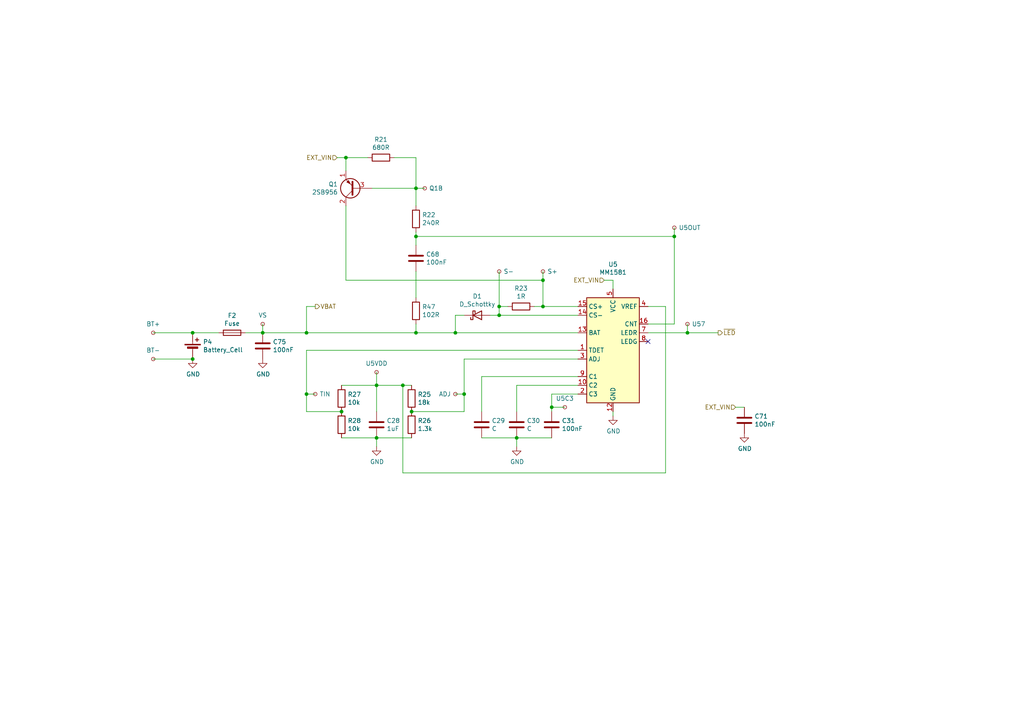
<source format=kicad_sch>
(kicad_sch (version 20230121) (generator eeschema)
  (paper "A4")
  (title_block (title "AGS-CPU-11") (date "2022-01-02") (rev "D") (company "https://gekkio.fi") (comment 1 "https://github.com/Gekkio/gb-schematics"))
  (lib_symbols
    (symbol "Connector:TestPoint_Small" (pin_numbers hide) (pin_names (offset 0.762) hide)
      (property "Reference" "TP" (at 0 3.81 0))
      (property "Value" "TestPoint_Small" (at 0 2.032 0))
      (symbol "TestPoint_Small_0_1"
        (circle (center 0 0) (radius 0.508))
      )
      (symbol "TestPoint_Small_1_1"
        (pin passive line (at 0 0 90) (length 0) (name "1") (number "1"))
      )
    )
    (symbol "Device:Battery_Cell" (pin_numbers hide) (pin_names (offset 0) hide)
      (property "Reference" "BT" (at 2.54 2.54 0))
      (property "Value" "Battery_Cell" (at 2.54 0 0))
      (symbol "Battery_Cell_0_1"
        (rectangle (start -2.286 1.778) (end 2.286 1.524) (fill (type outline)))
        (rectangle (start -1.524 1.016) (end 1.524 0.508) (fill (type outline)))
        (polyline (pts (xy 0 0.762) (xy 0 0)))
        (polyline (pts (xy 0 1.778) (xy 0 2.54)))
        (polyline (pts (xy 0.762 3.048) (xy 1.778 3.048)) (stroke (width 0.254)))
        (polyline (pts (xy 1.27 3.556) (xy 1.27 2.54)) (stroke (width 0.254)))
      )
      (symbol "Battery_Cell_1_1"
        (pin passive line (at 0 5.08 270) (length 2.54) (name "+") (number "1"))
        (pin passive line (at 0 -2.54 90) (length 2.54) (name "-") (number "2"))
      )
    )
    (symbol "Device:C" (pin_numbers hide) (pin_names (offset 0.254))
      (property "Reference" "C" (at 0.635 2.54 0))
      (property "Value" "C" (at 0.635 -2.54 0))
      (symbol "C_0_1"
        (polyline (pts (xy -2.032 -0.762) (xy 2.032 -0.762)) (stroke (width 0.508)))
        (polyline (pts (xy -2.032 0.762) (xy 2.032 0.762)) (stroke (width 0.508)))
      )
      (symbol "C_1_1"
        (pin passive line (at 0 3.81 270) (length 2.794) (name "~") (number "1"))
        (pin passive line (at 0 -3.81 90) (length 2.794) (name "~") (number "2"))
      )
    )
    (symbol "Device:D_Schottky" (pin_numbers hide) (pin_names (offset 1.016) hide)
      (property "Reference" "D" (at 0 2.54 0))
      (property "Value" "D_Schottky" (at 0 -2.54 0))
      (symbol "D_Schottky_0_1"
        (polyline (pts (xy 1.27 0) (xy -1.27 0)))
        (polyline (pts (xy 1.27 1.27) (xy 1.27 -1.27) (xy -1.27 0) (xy 1.27 1.27)) (stroke (width 0.254)))
        (polyline (pts (xy -1.905 0.635) (xy -1.905 1.27) (xy -1.27 1.27) (xy -1.27 -1.27) (xy -0.635 -1.27) (xy -0.635 -0.635)) (stroke (width 0.254)))
      )
      (symbol "D_Schottky_1_1"
        (pin passive line (at -3.81 0 0) (length 2.54) (name "K") (number "1"))
        (pin passive line (at 3.81 0 180) (length 2.54) (name "A") (number "2"))
      )
    )
    (symbol "Device:Fuse" (pin_numbers hide) (pin_names (offset 0))
      (property "Reference" "F" (at 2.032 0 90))
      (property "Value" "Fuse" (at -1.905 0 90))
      (symbol "Fuse_0_1"
        (rectangle (start -0.762 -2.54) (end 0.762 2.54) (stroke (width 0.254)))
        (polyline (pts (xy 0 2.54) (xy 0 -2.54)))
      )
      (symbol "Fuse_1_1"
        (pin passive line (at 0 3.81 270) (length 1.27) (name "~") (number "1"))
        (pin passive line (at 0 -3.81 90) (length 1.27) (name "~") (number "2"))
      )
    )
    (symbol "Device:Q_PNP_ECB" (pin_names (offset 0) hide)
      (property "Reference" "Q" (at 5.08 1.27 0))
      (property "Value" "Q_PNP_ECB" (at 5.08 -1.27 0))
      (symbol "Q_PNP_ECB_0_1"
        (polyline (pts (xy 0.635 0.635) (xy 2.54 2.54)))
        (polyline (pts (xy 0.635 -0.635) (xy 2.54 -2.54) (xy 2.54 -2.54)))
        (polyline (pts (xy 0.635 1.905) (xy 0.635 -1.905) (xy 0.635 -1.905)) (stroke (width 0.508)))
        (polyline (pts (xy 2.286 -1.778) (xy 1.778 -2.286) (xy 1.27 -1.27) (xy 2.286 -1.778) (xy 2.286 -1.778)) (fill (type outline)))
        (circle (center 1.27 0) (radius 2.8194) (stroke (width 0.254)))
      )
      (symbol "Q_PNP_ECB_1_1"
        (pin passive line (at 2.54 -5.08 90) (length 2.54) (name "E") (number "1"))
        (pin passive line (at 2.54 5.08 270) (length 2.54) (name "C") (number "2"))
        (pin input line (at -5.08 0 0) (length 5.715) (name "B") (number "3"))
      )
    )
    (symbol "Device:R" (pin_numbers hide) (pin_names (offset 0))
      (property "Reference" "R" (at 2.032 0 90))
      (property "Value" "R" (at 0 0 90))
      (symbol "R_0_1"
        (rectangle (start -1.016 -2.54) (end 1.016 2.54) (stroke (width 0.254)))
      )
      (symbol "R_1_1"
        (pin passive line (at 0 3.81 270) (length 1.27) (name "~") (number "1"))
        (pin passive line (at 0 -3.81 90) (length 1.27) (name "~") (number "2"))
      )
    )
    (symbol "Gekkio_Battery_Management:MM1581"
      (property "Reference" "U" (at -7.62 16.51 0))
      (property "Value" "MM1581" (at 1.27 16.51 0))
      (symbol "MM1581_0_1"
        (rectangle (start -7.62 15.24) (end 7.62 -15.24) (stroke (width 0.254)) (fill (type background)))
      )
      (symbol "MM1581_1_1"
        (pin input line (at -10.16 0 0) (length 2.54) (name "TDET") (number "1"))
        (pin input line (at -10.16 -10.16 0) (length 2.54) (name "C2") (number "10"))
        (pin no_connect line (at 7.62 -5.08 180) (length 2.54) hide (name "NC") (number "11"))
        (pin power_in line (at 0 -17.78 90) (length 2.54) (name "GND") (number "12"))
        (pin passive line (at -10.16 5.08 0) (length 2.54) (name "BAT") (number "13"))
        (pin input line (at -10.16 10.16 0) (length 2.54) (name "CS-") (number "14"))
        (pin input line (at -10.16 12.7 0) (length 2.54) (name "CS+") (number "15"))
        (pin open_collector line (at 10.16 7.62 180) (length 2.54) (name "CNT") (number "16"))
        (pin input line (at -10.16 -12.7 0) (length 2.54) (name "C3") (number "2"))
        (pin input line (at -10.16 -2.54 0) (length 2.54) (name "ADJ") (number "3"))
        (pin power_out line (at 10.16 12.7 180) (length 2.54) (name "VREF") (number "4"))
        (pin power_in line (at 0 17.78 270) (length 2.54) (name "VCC") (number "5"))
        (pin no_connect line (at 7.62 -2.54 180) (length 2.54) hide (name "NC") (number "6"))
        (pin open_collector line (at 10.16 5.08 180) (length 2.54) (name "LEDR") (number "7"))
        (pin open_collector line (at 10.16 2.54 180) (length 2.54) (name "LEDG") (number "8"))
        (pin input line (at -10.16 -7.62 0) (length 2.54) (name "C1") (number "9"))
      )
    )
    (symbol "power:GND" (power) (pin_names (offset 0))
      (property "Value" "GND" (at 0 -3.81 0))
      (symbol "GND_0_1"
        (polyline (pts (xy 0 0) (xy 0 -1.27) (xy 1.27 -1.27) (xy 0 -2.54) (xy -1.27 -1.27) (xy 0 -1.27)))
      )
      (symbol "GND_1_1"
        (pin power_in line (at 0 0 270) (length 0) hide (name "GND") (number "1"))
      )
    )
  )
  (junction (at 157.48 81.28))
  (junction (at 55.88 96.52))
  (junction (at 144.78 88.9))
  (junction (at 99.06 119.38))
  (junction (at 160.02 118.11))
  (junction (at 109.22 127))
  (junction (at 195.58 68.58))
  (junction (at 88.9 96.52))
  (junction (at 119.38 119.38))
  (junction (at 100.33 45.72))
  (junction (at 134.62 114.3))
  (junction (at 120.65 68.58))
  (junction (at 120.65 54.61))
  (junction (at 120.65 96.52))
  (junction (at 88.9 114.3))
  (junction (at 76.2 96.52))
  (junction (at 144.78 91.44))
  (junction (at 55.88 104.14))
  (junction (at 199.39 96.52))
  (junction (at 149.86 127))
  (junction (at 109.22 111.76))
  (junction (at 157.48 88.9))
  (junction (at 116.84 111.76))
  (junction (at 132.08 96.52))
  (no_connect (at 187.96 99.06))
  (wire (pts (xy 177.8 119.38) (xy 177.8 120.65)))
  (wire (pts (xy 139.7 109.22) (xy 167.64 109.22)))
  (wire (pts (xy 134.62 104.14) (xy 167.64 104.14)))
  (wire (pts (xy 132.08 114.3) (xy 134.62 114.3)))
  (wire (pts (xy 116.84 137.16) (xy 116.84 111.76)))
  (wire (pts (xy 144.78 88.9) (xy 144.78 91.44)))
  (wire (pts (xy 76.2 93.98) (xy 76.2 96.52)))
  (wire (pts (xy 139.7 127) (xy 149.86 127)))
  (wire (pts (xy 193.04 88.9) (xy 193.04 137.16)))
  (wire (pts (xy 144.78 91.44) (xy 142.24 91.44)))
  (wire (pts (xy 120.65 68.58) (xy 120.65 71.12)))
  (wire (pts (xy 213.36 118.11) (xy 215.9 118.11)))
  (wire (pts (xy 149.86 111.76) (xy 167.64 111.76)))
  (wire (pts (xy 91.44 114.3) (xy 88.9 114.3)))
  (wire (pts (xy 195.58 66.04) (xy 195.58 68.58)))
  (wire (pts (xy 119.38 119.38) (xy 134.62 119.38)))
  (wire (pts (xy 157.48 88.9) (xy 157.48 81.28)))
  (wire (pts (xy 195.58 68.58) (xy 195.58 93.98)))
  (wire (pts (xy 109.22 127) (xy 119.38 127)))
  (wire (pts (xy 144.78 91.44) (xy 167.64 91.44)))
  (wire (pts (xy 109.22 111.76) (xy 116.84 111.76)))
  (wire (pts (xy 88.9 96.52) (xy 88.9 88.9)))
  (wire (pts (xy 99.06 111.76) (xy 109.22 111.76)))
  (wire (pts (xy 120.65 67.31) (xy 120.65 68.58)))
  (wire (pts (xy 107.95 54.61) (xy 120.65 54.61)))
  (wire (pts (xy 177.8 81.28) (xy 177.8 83.82)))
  (wire (pts (xy 88.9 101.6) (xy 88.9 114.3)))
  (wire (pts (xy 193.04 137.16) (xy 116.84 137.16)))
  (wire (pts (xy 144.78 78.74) (xy 144.78 88.9)))
  (wire (pts (xy 199.39 96.52) (xy 208.28 96.52)))
  (wire (pts (xy 160.02 118.11) (xy 163.83 118.11)))
  (wire (pts (xy 109.22 119.38) (xy 109.22 111.76)))
  (wire (pts (xy 120.65 93.98) (xy 120.65 96.52)))
  (wire (pts (xy 120.65 45.72) (xy 114.3 45.72)))
  (wire (pts (xy 199.39 93.98) (xy 199.39 96.52)))
  (wire (pts (xy 100.33 49.53) (xy 100.33 45.72)))
  (wire (pts (xy 99.06 127) (xy 109.22 127)))
  (wire (pts (xy 88.9 96.52) (xy 120.65 96.52)))
  (wire (pts (xy 97.79 45.72) (xy 100.33 45.72)))
  (wire (pts (xy 88.9 88.9) (xy 91.44 88.9)))
  (wire (pts (xy 134.62 104.14) (xy 134.62 114.3)))
  (wire (pts (xy 55.88 96.52) (xy 63.5 96.52)))
  (wire (pts (xy 100.33 59.69) (xy 100.33 81.28)))
  (wire (pts (xy 120.65 86.36) (xy 120.65 78.74)))
  (wire (pts (xy 147.32 88.9) (xy 144.78 88.9)))
  (wire (pts (xy 55.88 104.14) (xy 44.45 104.14)))
  (wire (pts (xy 132.08 96.52) (xy 132.08 91.44)))
  (wire (pts (xy 187.96 93.98) (xy 195.58 93.98)))
  (wire (pts (xy 71.12 96.52) (xy 76.2 96.52)))
  (wire (pts (xy 116.84 111.76) (xy 119.38 111.76)))
  (wire (pts (xy 109.22 111.76) (xy 109.22 107.95)))
  (wire (pts (xy 100.33 45.72) (xy 106.68 45.72)))
  (wire (pts (xy 160.02 114.3) (xy 160.02 118.11)))
  (wire (pts (xy 88.9 101.6) (xy 167.64 101.6)))
  (wire (pts (xy 134.62 91.44) (xy 132.08 91.44)))
  (wire (pts (xy 88.9 119.38) (xy 88.9 114.3)))
  (wire (pts (xy 149.86 127) (xy 160.02 127)))
  (wire (pts (xy 187.96 88.9) (xy 193.04 88.9)))
  (wire (pts (xy 132.08 96.52) (xy 167.64 96.52)))
  (wire (pts (xy 157.48 81.28) (xy 157.48 78.74)))
  (wire (pts (xy 132.08 96.52) (xy 120.65 96.52)))
  (wire (pts (xy 157.48 88.9) (xy 167.64 88.9)))
  (wire (pts (xy 160.02 114.3) (xy 167.64 114.3)))
  (wire (pts (xy 160.02 118.11) (xy 160.02 119.38)))
  (wire (pts (xy 134.62 114.3) (xy 134.62 119.38)))
  (wire (pts (xy 149.86 111.76) (xy 149.86 119.38)))
  (wire (pts (xy 120.65 45.72) (xy 120.65 54.61)))
  (wire (pts (xy 175.26 81.28) (xy 177.8 81.28)))
  (wire (pts (xy 120.65 54.61) (xy 120.65 59.69)))
  (wire (pts (xy 109.22 127) (xy 109.22 129.54)))
  (wire (pts (xy 123.19 54.61) (xy 120.65 54.61)))
  (wire (pts (xy 154.94 88.9) (xy 157.48 88.9)))
  (wire (pts (xy 76.2 96.52) (xy 88.9 96.52)))
  (wire (pts (xy 139.7 109.22) (xy 139.7 119.38)))
  (wire (pts (xy 157.48 81.28) (xy 100.33 81.28)))
  (wire (pts (xy 149.86 127) (xy 149.86 129.54)))
  (wire (pts (xy 44.45 96.52) (xy 55.88 96.52)))
  (wire (pts (xy 99.06 119.38) (xy 88.9 119.38)))
  (wire (pts (xy 187.96 96.52) (xy 199.39 96.52)))
  (wire (pts (xy 120.65 68.58) (xy 195.58 68.58)))
  (hierarchical_label "~{LED}" (shape output) (at 208.28 96.52 0))
  (hierarchical_label "EXT_VIN" (shape input) (at 97.79 45.72 180))
  (hierarchical_label "EXT_VIN" (shape input) (at 213.36 118.11 180))
  (hierarchical_label "VBAT" (shape output) (at 91.44 88.9 0))
  (hierarchical_label "EXT_VIN" (shape input) (at 175.26 81.28 180))
  (symbol (lib_id "Connector:TestPoint_Small") (at 195.58 66.04 0) (unit 1)
    (property "Reference" "TP120" (effects hide))
    (property "Value" "U5OUT" (at 196.85 66.0399 0) (effects (justify left)))
  )
  (symbol (lib_id "Device:R") (at 120.65 90.17 0) (unit 1)
    (property "Reference" "R47" (at 122.428 89.0016 0) (effects (justify left)))
    (property "Value" "102R" (at 122.428 91.313 0) (effects (justify left)))
  )
  (symbol (lib_id "Device:C") (at 120.65 74.93 0) (unit 1)
    (property "Reference" "C68" (at 123.571 73.7616 0) (effects (justify left)))
    (property "Value" "100nF" (at 123.571 76.073 0) (effects (justify left)))
  )
  (symbol (lib_id "Device:R") (at 120.65 63.5 180) (unit 1)
    (property "Reference" "R22" (at 122.428 62.3316 0) (effects (justify right)))
    (property "Value" "240R" (at 122.428 64.643 0) (effects (justify right)))
  )
  (symbol (lib_id "Connector:TestPoint_Small") (at 144.78 78.74 0) (unit 1)
    (property "Reference" "TP117" (effects hide))
    (property "Value" "S-" (at 146.05 78.7399 0) (effects (justify left)))
  )
  (symbol (lib_id "Connector:TestPoint_Small") (at 157.48 78.74 0) (unit 1)
    (property "Reference" "TP118" (effects hide))
    (property "Value" "S+" (at 158.75 78.7399 0) (effects (justify left)))
  )
  (symbol (lib_id "Device:D_Schottky") (at 138.43 91.44 0) (mirror x) (unit 1)
    (property "Reference" "D1" (at 138.43 85.9282 0))
    (property "Value" "D_Schottky" (at 138.43 88.2396 0))
  )
  (symbol (lib_id "Device:R") (at 151.13 88.9 270) (unit 1)
    (property "Reference" "R23" (at 151.13 83.6422 90))
    (property "Value" "1R" (at 151.13 85.9536 90))
  )
  (symbol (lib_id "power:GND") (at 177.8 120.65 0) (unit 1)
    (property "Reference" "#PWR0103" (effects hide))
    (property "Value" "GND" (at 177.927 125.0442 0))
  )
  (symbol (lib_id "Gekkio_Battery_Management:MM1581") (at 177.8 101.6 0) (unit 1)
    (property "Reference" "U5" (at 177.8 76.6826 0))
    (property "Value" "MM1581" (at 177.8 78.994 0))
    (property "Footprint" "Package_SO:TSSOP-16_4.4x5mm_P0.65mm" (effects hide))
    (property "Datasheet" "https://www.mitsumi.co.jp/latest/Catalog/ic/common/stop/battery_mm_1581_e.pdf" (effects hide))
  )
  (symbol (lib_id "Device:C") (at 149.86 123.19 0) (unit 1)
    (property "Reference" "C30" (at 152.781 122.0216 0) (effects (justify left)))
    (property "Value" "C" (at 152.781 124.333 0) (effects (justify left)))
  )
  (symbol (lib_id "Device:C") (at 139.7 123.19 0) (unit 1)
    (property "Reference" "C29" (at 142.621 122.0216 0) (effects (justify left)))
    (property "Value" "C" (at 142.621 124.333 0) (effects (justify left)))
  )
  (symbol (lib_id "Connector:TestPoint_Small") (at 199.39 93.98 0) (unit 1)
    (property "Reference" "TP121" (effects hide))
    (property "Value" "U57" (at 200.66 93.9799 0) (effects (justify left)))
  )
  (symbol (lib_id "Connector:TestPoint_Small") (at 132.08 114.3 180) (unit 1)
    (property "Reference" "TP116" (effects hide))
    (property "Value" "ADJ" (at 130.81 114.2999 0) (effects (justify left)))
  )
  (symbol (lib_id "power:GND") (at 109.22 129.54 0) (unit 1)
    (property "Reference" "#PWR0104" (effects hide))
    (property "Value" "GND" (at 109.347 133.9342 0))
  )
  (symbol (lib_id "Device:C") (at 109.22 123.19 0) (unit 1)
    (property "Reference" "C28" (at 112.141 122.0216 0) (effects (justify left)))
    (property "Value" "1uF" (at 112.141 124.333 0) (effects (justify left)))
  )
  (symbol (lib_id "Connector:TestPoint_Small") (at 109.22 107.95 90) (unit 1)
    (property "Reference" "TP114" (effects hide))
    (property "Value" "U5VDD" (at 109.22 105.41 90))
  )
  (symbol (lib_id "Connector:TestPoint_Small") (at 163.83 118.11 0) (unit 1)
    (property "Reference" "TP119" (effects hide))
    (property "Value" "U5C3" (at 163.83 115.57 0))
  )
  (symbol (lib_id "power:GND") (at 149.86 129.54 0) (unit 1)
    (property "Reference" "#PWR0105" (effects hide))
    (property "Value" "GND" (at 149.987 133.9342 0))
  )
  (symbol (lib_id "Connector:TestPoint_Small") (at 91.44 114.3 270) (unit 1)
    (property "Reference" "TP113" (effects hide))
    (property "Value" "TIN" (at 92.71 114.2999 90) (effects (justify left)))
  )
  (symbol (lib_id "Connector:TestPoint_Small") (at 123.19 54.61 270) (unit 1)
    (property "Reference" "TP115" (effects hide))
    (property "Value" "Q1B" (at 124.46 54.6099 90) (effects (justify left)))
  )
  (symbol (lib_id "Device:R") (at 110.49 45.72 90) (mirror x) (unit 1)
    (property "Reference" "R21" (at 110.49 40.4622 90))
    (property "Value" "680R" (at 110.49 42.7736 90))
  )
  (symbol (lib_id "Device:C") (at 160.02 123.19 0) (unit 1)
    (property "Reference" "C31" (at 162.941 122.0216 0) (effects (justify left)))
    (property "Value" "100nF" (at 162.941 124.333 0) (effects (justify left)))
  )
  (symbol (lib_id "Device:R") (at 99.06 123.19 0) (unit 1)
    (property "Reference" "R28" (at 100.838 122.0216 0) (effects (justify left)))
    (property "Value" "10k" (at 100.838 124.333 0) (effects (justify left)))
  )
  (symbol (lib_id "Device:R") (at 99.06 115.57 0) (unit 1)
    (property "Reference" "R27" (at 100.838 114.4016 0) (effects (justify left)))
    (property "Value" "10k" (at 100.838 116.713 0) (effects (justify left)))
  )
  (symbol (lib_id "Device:R") (at 119.38 115.57 0) (unit 1)
    (property "Reference" "R25" (at 121.158 114.4016 0) (effects (justify left)))
    (property "Value" "18k" (at 121.158 116.713 0) (effects (justify left)))
  )
  (symbol (lib_id "Device:R") (at 119.38 123.19 0) (unit 1)
    (property "Reference" "R26" (at 121.158 122.0216 0) (effects (justify left)))
    (property "Value" "1.3k" (at 121.158 124.333 0) (effects (justify left)))
  )
  (symbol (lib_id "Device:C") (at 215.9 121.92 0) (unit 1)
    (property "Reference" "C71" (at 218.821 120.7516 0) (effects (justify left)))
    (property "Value" "100nF" (at 218.821 123.063 0) (effects (justify left)))
  )
  (symbol (lib_id "Device:Q_PNP_ECB") (at 102.87 54.61 180) (unit 1)
    (property "Reference" "Q1" (at 98.0186 53.4416 0) (effects (justify left)))
    (property "Value" "2SB956" (at 98.0186 55.753 0) (effects (justify left)))
  )
  (symbol (lib_id "power:GND") (at 215.9 125.73 0) (unit 1)
    (property "Reference" "#PWR0106" (effects hide))
    (property "Value" "GND" (at 216.027 130.1242 0))
  )
  (symbol (lib_id "power:GND") (at 55.88 104.14 0) (unit 1)
    (property "Reference" "#PWR0213" (effects hide))
    (property "Value" "GND" (at 56.007 108.5342 0))
  )
  (symbol (lib_id "Connector:TestPoint_Small") (at 44.45 104.14 0) (unit 1)
    (property "Reference" "TP111" (effects hide))
    (property "Value" "BT-" (at 44.45 101.6 0))
  )
  (symbol (lib_id "Connector:TestPoint_Small") (at 44.45 96.52 0) (unit 1)
    (property "Reference" "TP110" (effects hide))
    (property "Value" "BT+" (at 44.45 93.98 0))
  )
  (symbol (lib_id "Device:Battery_Cell") (at 55.88 101.6 0) (unit 1)
    (property "Reference" "P4" (at 58.8772 99.1616 0) (effects (justify left)))
    (property "Value" "Battery_Cell" (at 58.8772 101.473 0) (effects (justify left)))
  )
  (symbol (lib_id "Device:Fuse") (at 67.31 96.52 270) (unit 1)
    (property "Reference" "F2" (at 67.31 91.5162 90))
    (property "Value" "Fuse" (at 67.31 93.8276 90))
  )
  (symbol (lib_id "power:GND") (at 76.2 104.14 0) (unit 1)
    (property "Reference" "#PWR0214" (effects hide))
    (property "Value" "GND" (at 76.327 108.5342 0))
  )
  (symbol (lib_id "Device:C") (at 76.2 100.33 0) (unit 1)
    (property "Reference" "C75" (at 79.121 99.1616 0) (effects (justify left)))
    (property "Value" "100nF" (at 79.121 101.473 0) (effects (justify left)))
  )
  (symbol (lib_id "Connector:TestPoint_Small") (at 76.2 93.98 90) (unit 1)
    (property "Reference" "TP112" (effects hide))
    (property "Value" "VS" (at 76.2 91.44 90))
  )
)
</source>
